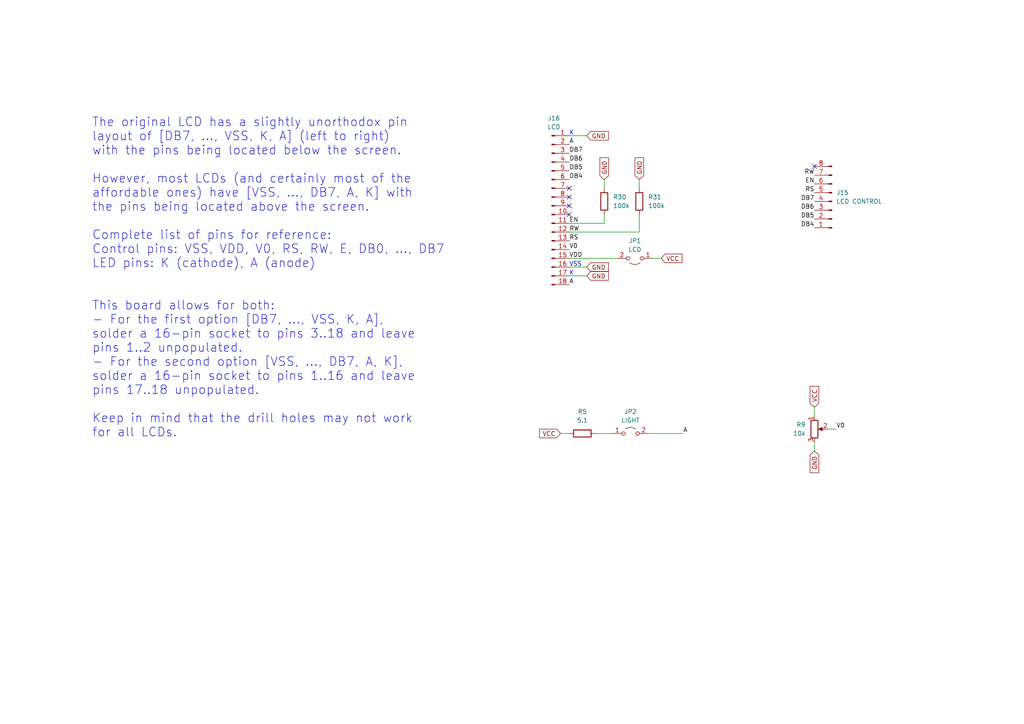
<source format=kicad_sch>
(kicad_sch (version 20211123) (generator eeschema)
  (paper "A4")
  (lib_symbols
    (symbol "Connector:Conn_01x08_Male" (pin_names (offset 1.016) hide)
      (property "Reference" "J" (at 0 10.16 0))
      (property "Value" "Conn_01x08_Male" (at 0 -12.7 0))
      (symbol "Conn_01x08_Male_1_1"
        (polyline (pts (xy 1.27 -10.16) (xy 0.8636 -10.16)) (stroke (width 0.1524)))
        (polyline (pts (xy 1.27 -7.62) (xy 0.8636 -7.62)) (stroke (width 0.1524)))
        (polyline (pts (xy 1.27 -5.08) (xy 0.8636 -5.08)) (stroke (width 0.1524)))
        (polyline (pts (xy 1.27 -2.54) (xy 0.8636 -2.54)) (stroke (width 0.1524)))
        (polyline (pts (xy 1.27 0) (xy 0.8636 0)) (stroke (width 0.1524)))
        (polyline (pts (xy 1.27 2.54) (xy 0.8636 2.54)) (stroke (width 0.1524)))
        (polyline (pts (xy 1.27 5.08) (xy 0.8636 5.08)) (stroke (width 0.1524)))
        (polyline (pts (xy 1.27 7.62) (xy 0.8636 7.62)) (stroke (width 0.1524)))
        (rectangle (start 0.8636 -10.033) (end 0 -10.287) (stroke (width 0.1524)) (fill (type outline)))
        (rectangle (start 0.8636 -7.493) (end 0 -7.747) (stroke (width 0.1524)) (fill (type outline)))
        (rectangle (start 0.8636 -4.953) (end 0 -5.207) (stroke (width 0.1524)) (fill (type outline)))
        (rectangle (start 0.8636 -2.413) (end 0 -2.667) (stroke (width 0.1524)) (fill (type outline)))
        (rectangle (start 0.8636 0.127) (end 0 -0.127) (stroke (width 0.1524)) (fill (type outline)))
        (rectangle (start 0.8636 2.667) (end 0 2.413) (stroke (width 0.1524)) (fill (type outline)))
        (rectangle (start 0.8636 5.207) (end 0 4.953) (stroke (width 0.1524)) (fill (type outline)))
        (rectangle (start 0.8636 7.747) (end 0 7.493) (stroke (width 0.1524)) (fill (type outline)))
        (pin passive line (at 5.08 7.62 180) (length 3.81) (name "Pin_1") (number "1"))
        (pin passive line (at 5.08 5.08 180) (length 3.81) (name "Pin_2") (number "2"))
        (pin passive line (at 5.08 2.54 180) (length 3.81) (name "Pin_3") (number "3"))
        (pin passive line (at 5.08 0 180) (length 3.81) (name "Pin_4") (number "4"))
        (pin passive line (at 5.08 -2.54 180) (length 3.81) (name "Pin_5") (number "5"))
        (pin passive line (at 5.08 -5.08 180) (length 3.81) (name "Pin_6") (number "6"))
        (pin passive line (at 5.08 -7.62 180) (length 3.81) (name "Pin_7") (number "7"))
        (pin passive line (at 5.08 -10.16 180) (length 3.81) (name "Pin_8") (number "8"))
      )
    )
    (symbol "Connector:Conn_01x18_Male" (pin_names (offset 1.016) hide)
      (property "Reference" "J" (at 0 22.86 0))
      (property "Value" "Conn_01x18_Male" (at 0 -25.4 0))
      (symbol "Conn_01x18_Male_1_1"
        (polyline (pts (xy 1.27 -22.86) (xy 0.8636 -22.86)) (stroke (width 0.1524)))
        (polyline (pts (xy 1.27 -20.32) (xy 0.8636 -20.32)) (stroke (width 0.1524)))
        (polyline (pts (xy 1.27 -17.78) (xy 0.8636 -17.78)) (stroke (width 0.1524)))
        (polyline (pts (xy 1.27 -15.24) (xy 0.8636 -15.24)) (stroke (width 0.1524)))
        (polyline (pts (xy 1.27 -12.7) (xy 0.8636 -12.7)) (stroke (width 0.1524)))
        (polyline (pts (xy 1.27 -10.16) (xy 0.8636 -10.16)) (stroke (width 0.1524)))
        (polyline (pts (xy 1.27 -7.62) (xy 0.8636 -7.62)) (stroke (width 0.1524)))
        (polyline (pts (xy 1.27 -5.08) (xy 0.8636 -5.08)) (stroke (width 0.1524)))
        (polyline (pts (xy 1.27 -2.54) (xy 0.8636 -2.54)) (stroke (width 0.1524)))
        (polyline (pts (xy 1.27 0) (xy 0.8636 0)) (stroke (width 0.1524)))
        (polyline (pts (xy 1.27 2.54) (xy 0.8636 2.54)) (stroke (width 0.1524)))
        (polyline (pts (xy 1.27 5.08) (xy 0.8636 5.08)) (stroke (width 0.1524)))
        (polyline (pts (xy 1.27 7.62) (xy 0.8636 7.62)) (stroke (width 0.1524)))
        (polyline (pts (xy 1.27 10.16) (xy 0.8636 10.16)) (stroke (width 0.1524)))
        (polyline (pts (xy 1.27 12.7) (xy 0.8636 12.7)) (stroke (width 0.1524)))
        (polyline (pts (xy 1.27 15.24) (xy 0.8636 15.24)) (stroke (width 0.1524)))
        (polyline (pts (xy 1.27 17.78) (xy 0.8636 17.78)) (stroke (width 0.1524)))
        (polyline (pts (xy 1.27 20.32) (xy 0.8636 20.32)) (stroke (width 0.1524)))
        (rectangle (start 0.8636 -22.733) (end 0 -22.987) (stroke (width 0.1524)) (fill (type outline)))
        (rectangle (start 0.8636 -20.193) (end 0 -20.447) (stroke (width 0.1524)) (fill (type outline)))
        (rectangle (start 0.8636 -17.653) (end 0 -17.907) (stroke (width 0.1524)) (fill (type outline)))
        (rectangle (start 0.8636 -15.113) (end 0 -15.367) (stroke (width 0.1524)) (fill (type outline)))
        (rectangle (start 0.8636 -12.573) (end 0 -12.827) (stroke (width 0.1524)) (fill (type outline)))
        (rectangle (start 0.8636 -10.033) (end 0 -10.287) (stroke (width 0.1524)) (fill (type outline)))
        (rectangle (start 0.8636 -7.493) (end 0 -7.747) (stroke (width 0.1524)) (fill (type outline)))
        (rectangle (start 0.8636 -4.953) (end 0 -5.207) (stroke (width 0.1524)) (fill (type outline)))
        (rectangle (start 0.8636 -2.413) (end 0 -2.667) (stroke (width 0.1524)) (fill (type outline)))
        (rectangle (start 0.8636 0.127) (end 0 -0.127) (stroke (width 0.1524)) (fill (type outline)))
        (rectangle (start 0.8636 2.667) (end 0 2.413) (stroke (width 0.1524)) (fill (type outline)))
        (rectangle (start 0.8636 5.207) (end 0 4.953) (stroke (width 0.1524)) (fill (type outline)))
        (rectangle (start 0.8636 7.747) (end 0 7.493) (stroke (width 0.1524)) (fill (type outline)))
        (rectangle (start 0.8636 10.287) (end 0 10.033) (stroke (width 0.1524)) (fill (type outline)))
        (rectangle (start 0.8636 12.827) (end 0 12.573) (stroke (width 0.1524)) (fill (type outline)))
        (rectangle (start 0.8636 15.367) (end 0 15.113) (stroke (width 0.1524)) (fill (type outline)))
        (rectangle (start 0.8636 17.907) (end 0 17.653) (stroke (width 0.1524)) (fill (type outline)))
        (rectangle (start 0.8636 20.447) (end 0 20.193) (stroke (width 0.1524)) (fill (type outline)))
        (pin passive line (at 5.08 20.32 180) (length 3.81) (name "Pin_1") (number "1"))
        (pin passive line (at 5.08 -2.54 180) (length 3.81) (name "Pin_10") (number "10"))
        (pin passive line (at 5.08 -5.08 180) (length 3.81) (name "Pin_11") (number "11"))
        (pin passive line (at 5.08 -7.62 180) (length 3.81) (name "Pin_12") (number "12"))
        (pin passive line (at 5.08 -10.16 180) (length 3.81) (name "Pin_13") (number "13"))
        (pin passive line (at 5.08 -12.7 180) (length 3.81) (name "Pin_14") (number "14"))
        (pin passive line (at 5.08 -15.24 180) (length 3.81) (name "Pin_15") (number "15"))
        (pin passive line (at 5.08 -17.78 180) (length 3.81) (name "Pin_16") (number "16"))
        (pin passive line (at 5.08 -20.32 180) (length 3.81) (name "Pin_17") (number "17"))
        (pin passive line (at 5.08 -22.86 180) (length 3.81) (name "Pin_18") (number "18"))
        (pin passive line (at 5.08 17.78 180) (length 3.81) (name "Pin_2") (number "2"))
        (pin passive line (at 5.08 15.24 180) (length 3.81) (name "Pin_3") (number "3"))
        (pin passive line (at 5.08 12.7 180) (length 3.81) (name "Pin_4") (number "4"))
        (pin passive line (at 5.08 10.16 180) (length 3.81) (name "Pin_5") (number "5"))
        (pin passive line (at 5.08 7.62 180) (length 3.81) (name "Pin_6") (number "6"))
        (pin passive line (at 5.08 5.08 180) (length 3.81) (name "Pin_7") (number "7"))
        (pin passive line (at 5.08 2.54 180) (length 3.81) (name "Pin_8") (number "8"))
        (pin passive line (at 5.08 0 180) (length 3.81) (name "Pin_9") (number "9"))
      )
    )
    (symbol "Device:R" (pin_numbers hide) (pin_names (offset 0))
      (property "Reference" "R" (at 2.032 0 90))
      (property "Value" "R" (at 0 0 90))
      (symbol "R_0_1"
        (rectangle (start -1.016 -2.54) (end 1.016 2.54) (stroke (width 0.254)))
      )
      (symbol "R_1_1"
        (pin passive line (at 0 3.81 270) (length 1.27) (name "~") (number "1"))
        (pin passive line (at 0 -3.81 90) (length 1.27) (name "~") (number "2"))
      )
    )
    (symbol "Device:R_Potentiometer" (pin_names (offset 1.016) hide)
      (property "Reference" "RV" (at -4.445 0 90))
      (property "Value" "R_Potentiometer" (at -2.54 0 90))
      (symbol "R_Potentiometer_0_1"
        (polyline (pts (xy 2.54 0) (xy 1.524 0)))
        (polyline (pts (xy 1.143 0) (xy 2.286 0.508) (xy 2.286 -0.508) (xy 1.143 0)) (fill (type outline)))
        (rectangle (start 1.016 2.54) (end -1.016 -2.54) (stroke (width 0.254)))
      )
      (symbol "R_Potentiometer_1_1"
        (pin passive line (at 0 3.81 270) (length 1.27) (name "1") (number "1"))
        (pin passive line (at 3.81 0 180) (length 1.27) (name "2") (number "2"))
        (pin passive line (at 0 -3.81 90) (length 1.27) (name "3") (number "3"))
      )
    )
    (symbol "Jumper:Jumper_2_Open" (pin_names (offset 0) hide)
      (property "Reference" "JP" (at 0 2.794 0))
      (property "Value" "Jumper_2_Open" (at 0 -2.286 0))
      (symbol "Jumper_2_Open_0_0"
        (circle (center -2.032 0) (radius 0.508))
        (circle (center 2.032 0) (radius 0.508))
      )
      (symbol "Jumper_2_Open_0_1"
        (arc (start 1.524 1.27) (mid 0 1.778) (end -1.524 1.27))
      )
      (symbol "Jumper_2_Open_1_1"
        (pin passive line (at -5.08 0 0) (length 2.54) (name "A") (number "1"))
        (pin passive line (at 5.08 0 180) (length 2.54) (name "B") (number "2"))
      )
    )
  )
  (no_connect (at 165.1 59.69))
  (no_connect (at 165.1 54.61))
  (no_connect (at 236.22 48.26))
  (no_connect (at 165.1 62.23))
  (no_connect (at 165.1 57.15))
  (wire (pts (xy 185.42 67.31) (xy 165.1 67.31)))
  (wire (pts (xy 165.1 80.01) (xy 170.18 80.01)))
  (wire (pts (xy 175.26 52.07) (xy 175.26 54.61)))
  (wire (pts (xy 189.23 74.93) (xy 191.77 74.93)))
  (wire (pts (xy 236.22 118.11) (xy 236.22 120.65)))
  (wire (pts (xy 185.42 52.07) (xy 185.42 54.61)))
  (wire (pts (xy 236.22 128.27) (xy 236.22 130.81)))
  (wire (pts (xy 172.72 125.73) (xy 177.8 125.73)))
  (wire (pts (xy 240.03 124.46) (xy 242.57 124.46)))
  (wire (pts (xy 165.1 74.93) (xy 179.07 74.93)))
  (wire (pts (xy 175.26 64.77) (xy 165.1 64.77)))
  (wire (pts (xy 185.42 62.23) (xy 185.42 67.31)))
  (wire (pts (xy 165.1 77.47) (xy 170.18 77.47)))
  (wire (pts (xy 162.56 125.73) (xy 165.1 125.73)))
  (wire (pts (xy 165.1 39.37) (xy 170.18 39.37)))
  (wire (pts (xy 175.26 62.23) (xy 175.26 64.77)))
  (wire (pts (xy 198.12 125.73) (xy 187.96 125.73)))
  (text "The original LCD has a slightly unorthodox pin\nlayout of [DB7, ..., VSS, K, A] (left to right)\nwith the pins being located below the screen. \n\nHowever, most LCDs (and certainly most of the\naffordable ones) have [VSS, ..., DB7, A, K] with\nthe pins being located above the screen. \n\nComplete list of pins for reference:\nControl pins: VSS, VDD, V0, RS, RW, E, DB0, ..., DB7\nLED pins: K (cathode), A (anode)\n\n\nThis board allows for both:\n- For the first option [DB7, ..., VSS, K, A],\nsolder a 16-pin socket to pins 3..18 and leave\npins 1..2 unpopulated. \n- For the second option [VSS, ..., DB7, A, K],\nsolder a 16-pin socket to pins 1..16 and leave\npins 17..18 unpopulated. \n\nKeep in mind that the drill holes may not work\nfor all LCDs. " (at 26.67 127 0) (effects (font (size 2.54 2.54)) (justify left bottom)))
  (text "K" (at 165.1 39.37 0) (effects (font (size 1.27 1.27)) (justify left bottom)))
  (text "K" (at 165.1 80.01 0) (effects (font (size 1.27 1.27)) (justify left bottom)))
  (text "VSS" (at 165.1 77.47 0) (effects (font (size 1.27 1.27)) (justify left bottom)))
  (label "DB4" (at 236.22 66.04 180))
  (label "EN" (at 236.22 53.34 180))
  (label "EN" (at 165.1 64.77 0))
  (label "DB6" (at 236.22 60.96 180))
  (label "A" (at 198.12 125.73 0))
  (label "A" (at 165.1 82.55 0))
  (label "V0" (at 242.57 124.46 0))
  (label "VDD" (at 165.1 74.93 0))
  (label "A" (at 165.1 41.91 0))
  (label "RS" (at 236.22 55.88 180))
  (label "RW" (at 236.22 50.8 180))
  (label "DB5" (at 236.22 63.5 180))
  (label "DB5" (at 165.1 49.53 0))
  (label "RS" (at 165.1 69.85 0))
  (label "DB7" (at 236.22 58.42 180))
  (label "RW" (at 165.1 67.31 0))
  (label "DB4" (at 165.1 52.07 0))
  (label "DB6" (at 165.1 46.99 0))
  (label "V0" (at 165.1 72.39 0))
  (label "DB7" (at 165.1 44.45 0))
  (global_label "GND" (shape input) (at 236.22 130.81 270) (property "Intersheet References" "${INTERSHEET_REFS}" (effects hide)))
  (global_label "VCC" (shape input) (at 236.22 118.11 90) (property "Intersheet References" "${INTERSHEET_REFS}" (effects hide)))
  (global_label "GND" (shape input) (at 170.18 80.01 0) (property "Intersheet References" "${INTERSHEET_REFS}" (effects hide)))
  (global_label "GND" (shape input) (at 175.26 52.07 90) (property "Intersheet References" "${INTERSHEET_REFS}" (effects hide)))
  (global_label "GND" (shape input) (at 170.18 77.47 0) (property "Intersheet References" "${INTERSHEET_REFS}" (effects hide)))
  (global_label "GND" (shape input) (at 170.18 39.37 0) (property "Intersheet References" "${INTERSHEET_REFS}" (effects hide)))
  (global_label "VCC" (shape input) (at 191.77 74.93 0) (property "Intersheet References" "${INTERSHEET_REFS}" (effects hide)))
  (global_label "VCC" (shape input) (at 162.56 125.73 180) (property "Intersheet References" "${INTERSHEET_REFS}" (effects hide)))
  (global_label "GND" (shape input) (at 185.42 52.07 90) (property "Intersheet References" "${INTERSHEET_REFS}" (effects hide)))
  (symbol (lib_id "Device:R_Potentiometer") (at 236.22 124.46 0) (unit 1)
    (property "Reference" "R9" (at 233.68 123.1899 0) (effects (justify right)))
    (property "Value" "10k" (at 233.68 125.7299 0) (effects (justify right)))
    (property "Footprint" "Potentiometer_THT:Potentiometer_Bourns_3386P_Vertical" (effects hide))
  )
  (symbol (lib_id "Device:R") (at 168.91 125.73 90) (unit 1)
    (property "Reference" "R5" (at 168.91 119.38 90))
    (property "Value" "5.1" (at 168.91 121.92 90))
    (property "Footprint" "Resistor_THT:R_Axial_DIN0207_L6.3mm_D2.5mm_P10.16mm_Horizontal" (effects hide))
  )
  (symbol (lib_id "Device:R") (at 185.42 58.42 180) (unit 1)
    (property "Reference" "R31" (at 187.96 57.1499 0) (effects (justify right)))
    (property "Value" "100k" (at 187.96 59.6899 0) (effects (justify right)))
    (property "Footprint" "Resistor_THT:R_Axial_DIN0207_L6.3mm_D2.5mm_P10.16mm_Horizontal" (effects hide))
  )
  (symbol (lib_id "Device:R") (at 175.26 58.42 180) (unit 1)
    (property "Reference" "R30" (at 177.8 57.1499 0) (effects (justify right)))
    (property "Value" "100k" (at 177.8 59.6899 0) (effects (justify right)))
    (property "Footprint" "Resistor_THT:R_Axial_DIN0207_L6.3mm_D2.5mm_P10.16mm_Horizontal" (effects hide))
  )
  (symbol (lib_id "Jumper:Jumper_2_Open") (at 184.15 74.93 180) (unit 1)
    (property "Reference" "JP1" (at 184.15 69.85 0))
    (property "Value" "LCD" (at 184.15 72.39 0))
    (property "Footprint" "Connector_PinHeader_2.54mm:PinHeader_1x02_P2.54mm_Vertical" (effects hide))
  )
  (symbol (lib_id "Connector:Conn_01x18_Male") (at 160.02 59.69 0) (unit 1)
    (property "Reference" "J16" (at 160.655 34.29 0))
    (property "Value" "LCD" (at 160.655 36.83 0))
    (property "Footprint" "Connector_PinSocket_2.54mm:PinSocket_1x18_P2.54mm_Vertical" (effects hide))
  )
  (symbol (lib_id "Connector:Conn_01x08_Male") (at 241.3 58.42 180) (unit 1)
    (property "Reference" "J15" (at 242.57 55.8799 0) (effects (justify right)))
    (property "Value" "LCD CONTROL" (at 242.57 58.4199 0) (effects (justify right)))
    (property "Footprint" "Connector_PinHeader_2.54mm:PinHeader_1x08_P2.54mm_Vertical" (effects hide))
  )
  (symbol (lib_id "Jumper:Jumper_2_Open") (at 182.88 125.73 0) (unit 1)
    (property "Reference" "JP2" (at 182.88 119.38 0))
    (property "Value" "LIGHT" (at 182.88 121.92 0))
    (property "Footprint" "Connector_PinHeader_2.54mm:PinHeader_1x02_P2.54mm_Vertical" (effects hide))
  )
)
</source>
